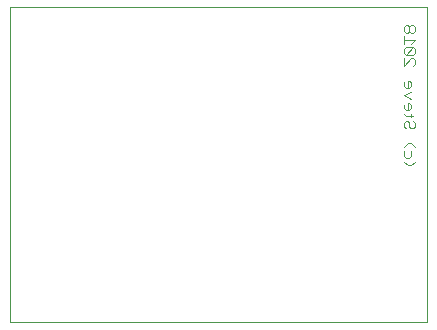
<source format=gbo>
G75*
%MOIN*%
%OFA0B0*%
%FSLAX25Y25*%
%IPPOS*%
%LPD*%
%AMOC8*
5,1,8,0,0,1.08239X$1,22.5*
%
%ADD10C,0.00000*%
%ADD11C,0.00300*%
D10*
X0001800Y0001800D02*
X0001800Y0106761D01*
X0140501Y0106761D01*
X0140501Y0001800D01*
X0001800Y0001800D01*
D11*
X0132950Y0055303D02*
X0134184Y0054069D01*
X0135419Y0054069D01*
X0136653Y0055303D01*
X0135419Y0057142D02*
X0134802Y0056525D01*
X0133567Y0056525D01*
X0132950Y0057142D01*
X0132950Y0058993D01*
X0132950Y0060208D02*
X0134184Y0061442D01*
X0135419Y0061442D01*
X0136653Y0060208D01*
X0135419Y0058993D02*
X0135419Y0057142D01*
X0135419Y0066346D02*
X0134802Y0066963D01*
X0134802Y0068198D01*
X0134184Y0068815D01*
X0133567Y0068815D01*
X0132950Y0068198D01*
X0132950Y0066963D01*
X0133567Y0066346D01*
X0135419Y0066346D02*
X0136036Y0066346D01*
X0136653Y0066963D01*
X0136653Y0068198D01*
X0136036Y0068815D01*
X0135419Y0070029D02*
X0135419Y0071264D01*
X0136036Y0070647D02*
X0133567Y0070647D01*
X0132950Y0071264D01*
X0133567Y0072485D02*
X0134802Y0072485D01*
X0135419Y0073102D01*
X0135419Y0074336D01*
X0134802Y0074954D01*
X0134184Y0074954D01*
X0134184Y0072485D01*
X0133567Y0072485D02*
X0132950Y0073102D01*
X0132950Y0074336D01*
X0132950Y0077402D02*
X0135419Y0076168D01*
X0135419Y0078637D02*
X0132950Y0077402D01*
X0133567Y0079851D02*
X0134802Y0079851D01*
X0135419Y0080468D01*
X0135419Y0081703D01*
X0134802Y0082320D01*
X0134184Y0082320D01*
X0134184Y0079851D01*
X0133567Y0079851D02*
X0132950Y0080468D01*
X0132950Y0081703D01*
X0132950Y0087217D02*
X0135419Y0089686D01*
X0136036Y0089686D01*
X0136653Y0089069D01*
X0136653Y0087835D01*
X0136036Y0087217D01*
X0132950Y0087217D02*
X0132950Y0089686D01*
X0133567Y0090901D02*
X0136036Y0093369D01*
X0133567Y0093369D01*
X0132950Y0092752D01*
X0132950Y0091518D01*
X0133567Y0090901D01*
X0136036Y0090901D01*
X0136653Y0091518D01*
X0136653Y0092752D01*
X0136036Y0093369D01*
X0135419Y0094584D02*
X0136653Y0095818D01*
X0132950Y0095818D01*
X0132950Y0094584D02*
X0132950Y0097052D01*
X0133567Y0098267D02*
X0134184Y0098267D01*
X0134802Y0098884D01*
X0134802Y0100118D01*
X0134184Y0100736D01*
X0133567Y0100736D01*
X0132950Y0100118D01*
X0132950Y0098884D01*
X0133567Y0098267D01*
X0134802Y0098884D02*
X0135419Y0098267D01*
X0136036Y0098267D01*
X0136653Y0098884D01*
X0136653Y0100118D01*
X0136036Y0100736D01*
X0135419Y0100736D01*
X0134802Y0100118D01*
M02*

</source>
